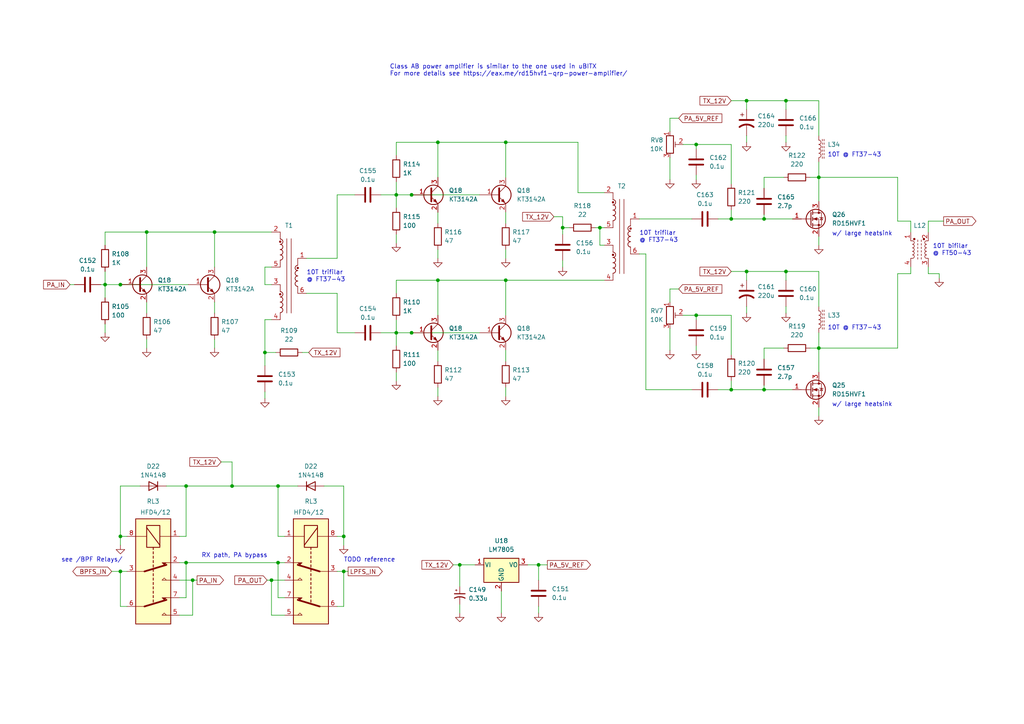
<source format=kicad_sch>
(kicad_sch (version 20230121) (generator eeschema)
  (paper "A4")
  (lib_symbols
    (symbol "Device:C" (pin_numbers hide) (pin_names (offset 0.254))
      (property "Reference" "C" (at 0.635 2.54 0))
      (property "Value" "C" (at 0.635 -2.54 0))
      (symbol "C_0_1"
        (polyline (pts (xy -2.032 -0.762) (xy 2.032 -0.762)) (stroke (width 0.508)))
        (polyline (pts (xy -2.032 0.762) (xy 2.032 0.762)) (stroke (width 0.508)))
      )
      (symbol "C_1_1"
        (pin passive line (at 0 3.81 270) (length 2.794) (name "~") (number "1"))
        (pin passive line (at 0 -3.81 90) (length 2.794) (name "~") (number "2"))
      )
    )
    (symbol "Device:C_Polarized_Small_US" (pin_numbers hide) (pin_names (offset 0.254) hide)
      (property "Reference" "C" (at 0.254 1.778 0))
      (property "Value" "C_Polarized_Small_US" (at 0.254 -2.032 0))
      (symbol "C_Polarized_Small_US_0_1"
        (polyline (pts (xy -1.524 0.508) (xy 1.524 0.508)) (stroke (width 0.3048)))
        (polyline (pts (xy -1.27 1.524) (xy -0.762 1.524)))
        (polyline (pts (xy -1.016 1.27) (xy -1.016 1.778)))
        (arc (start 1.524 -0.762) (mid 0 -0.3734) (end -1.524 -0.762) (stroke (width 0.3048)))
      )
      (symbol "C_Polarized_Small_US_1_1"
        (pin passive line (at 0 2.54 270) (length 2.032) (name "~") (number "1"))
        (pin passive line (at 0 -2.54 90) (length 2.032) (name "~") (number "2"))
      )
    )
    (symbol "Device:C_Polarized_US" (pin_numbers hide) (pin_names (offset 0.254) hide)
      (property "Reference" "C" (at 0.635 2.54 0))
      (property "Value" "C_Polarized_US" (at 0.635 -2.54 0))
      (symbol "C_Polarized_US_0_1"
        (polyline (pts (xy -2.032 0.762) (xy 2.032 0.762)) (stroke (width 0.508)))
        (polyline (pts (xy -1.778 2.286) (xy -0.762 2.286)))
        (polyline (pts (xy -1.27 1.778) (xy -1.27 2.794)))
        (arc (start 2.032 -1.27) (mid 0 -0.5572) (end -2.032 -1.27) (stroke (width 0.508)))
      )
      (symbol "C_Polarized_US_1_1"
        (pin passive line (at 0 3.81 270) (length 2.794) (name "~") (number "1"))
        (pin passive line (at 0 -3.81 90) (length 3.302) (name "~") (number "2"))
      )
    )
    (symbol "Device:L_Ferrite" (pin_numbers hide) (pin_names (offset 1.016) hide)
      (property "Reference" "L" (at -1.27 0 90))
      (property "Value" "L_Ferrite" (at 2.794 0 90))
      (symbol "L_Ferrite_0_1"
        (arc (start 0 -2.54) (mid 0.6323 -1.905) (end 0 -1.27))
        (arc (start 0 -1.27) (mid 0.6323 -0.635) (end 0 0))
        (polyline (pts (xy 1.016 -2.794) (xy 1.016 -2.286)))
        (polyline (pts (xy 1.016 -1.778) (xy 1.016 -1.27)))
        (polyline (pts (xy 1.016 -0.762) (xy 1.016 -0.254)))
        (polyline (pts (xy 1.016 0.254) (xy 1.016 0.762)))
        (polyline (pts (xy 1.016 1.27) (xy 1.016 1.778)))
        (polyline (pts (xy 1.016 2.286) (xy 1.016 2.794)))
        (polyline (pts (xy 1.524 -2.286) (xy 1.524 -2.794)))
        (polyline (pts (xy 1.524 -1.27) (xy 1.524 -1.778)))
        (polyline (pts (xy 1.524 -0.254) (xy 1.524 -0.762)))
        (polyline (pts (xy 1.524 0.762) (xy 1.524 0.254)))
        (polyline (pts (xy 1.524 1.778) (xy 1.524 1.27)))
        (polyline (pts (xy 1.524 2.794) (xy 1.524 2.286)))
        (arc (start 0 0) (mid 0.6323 0.635) (end 0 1.27))
        (arc (start 0 1.27) (mid 0.6323 1.905) (end 0 2.54))
      )
      (symbol "L_Ferrite_1_1"
        (pin passive line (at 0 3.81 270) (length 1.27) (name "1") (number "1"))
        (pin passive line (at 0 -3.81 90) (length 1.27) (name "2") (number "2"))
      )
    )
    (symbol "Device:L_Ferrite_Coupled_1423" (pin_names (offset 0.254) hide)
      (property "Reference" "L" (at 0 4.445 0))
      (property "Value" "L_Ferrite_Coupled_1423" (at 0 -4.445 0))
      (symbol "L_Ferrite_Coupled_1423_0_1"
        (circle (center -3.048 -1.27) (radius 0.254) (fill (type outline)))
        (circle (center -3.048 1.524) (radius 0.254) (fill (type outline)))
        (arc (start -2.54 2.032) (mid -2.032 1.5262) (end -1.524 2.032))
        (arc (start -1.524 -2.032) (mid -2.032 -1.5262) (end -2.54 -2.032))
        (arc (start -1.524 2.032) (mid -1.016 1.5262) (end -0.508 2.032))
        (arc (start -0.508 -2.032) (mid -1.016 -1.5262) (end -1.524 -2.032))
        (arc (start -0.508 2.032) (mid 0 1.5262) (end 0.508 2.032))
        (polyline (pts (xy -2.794 -0.508) (xy -2.286 -0.508)))
        (polyline (pts (xy -2.794 0.508) (xy -2.286 0.508)))
        (polyline (pts (xy -2.54 -2.032) (xy -2.54 -2.54)))
        (polyline (pts (xy -2.54 2.032) (xy -2.54 2.54)))
        (polyline (pts (xy -1.778 -0.508) (xy -1.27 -0.508)))
        (polyline (pts (xy -1.778 0.508) (xy -1.27 0.508)))
        (polyline (pts (xy -0.762 -0.508) (xy -0.254 -0.508)))
        (polyline (pts (xy -0.762 0.508) (xy -0.254 0.508)))
        (polyline (pts (xy 0.254 -0.508) (xy 0.762 -0.508)))
        (polyline (pts (xy 0.254 0.508) (xy 0.762 0.508)))
        (polyline (pts (xy 1.27 -0.508) (xy 1.778 -0.508)))
        (polyline (pts (xy 1.27 0.508) (xy 1.778 0.508)))
        (polyline (pts (xy 2.286 -0.508) (xy 2.794 -0.508)))
        (polyline (pts (xy 2.286 0.508) (xy 2.794 0.508)))
        (polyline (pts (xy 2.54 -2.032) (xy 2.54 -2.54)))
        (polyline (pts (xy 2.54 2.54) (xy 2.54 2.032)))
        (arc (start 0.508 -2.032) (mid 0 -1.5262) (end -0.508 -2.032))
        (arc (start 0.508 2.032) (mid 1.016 1.5262) (end 1.524 2.032))
        (arc (start 1.524 -2.032) (mid 1.016 -1.5262) (end 0.508 -2.032))
        (arc (start 1.524 2.032) (mid 2.032 1.5262) (end 2.54 2.032))
        (arc (start 2.54 -2.032) (mid 2.032 -1.5262) (end 1.524 -2.032))
      )
      (symbol "L_Ferrite_Coupled_1423_1_1"
        (pin passive line (at -5.08 2.54 0) (length 2.54) (name "1") (number "1"))
        (pin passive line (at -5.08 -2.54 0) (length 2.54) (name "2") (number "2"))
        (pin passive line (at 5.08 -2.54 180) (length 2.54) (name "3") (number "3"))
        (pin passive line (at 5.08 2.54 180) (length 2.54) (name "4") (number "4"))
      )
    )
    (symbol "Device:Q_NMOS_GSD" (pin_names (offset 0) hide)
      (property "Reference" "Q" (at 5.08 1.27 0))
      (property "Value" "Q_NMOS_GSD" (at 5.08 -1.27 0))
      (symbol "Q_NMOS_GSD_0_1"
        (polyline (pts (xy 0.254 0) (xy -2.54 0)))
        (polyline (pts (xy 0.254 1.905) (xy 0.254 -1.905)) (stroke (width 0.254)))
        (polyline (pts (xy 0.762 -1.27) (xy 0.762 -2.286)) (stroke (width 0.254)))
        (polyline (pts (xy 0.762 0.508) (xy 0.762 -0.508)) (stroke (width 0.254)))
        (polyline (pts (xy 0.762 2.286) (xy 0.762 1.27)) (stroke (width 0.254)))
        (polyline (pts (xy 2.54 2.54) (xy 2.54 1.778)))
        (polyline (pts (xy 2.54 -2.54) (xy 2.54 0) (xy 0.762 0)))
        (polyline (pts (xy 0.762 -1.778) (xy 3.302 -1.778) (xy 3.302 1.778) (xy 0.762 1.778)))
        (polyline (pts (xy 1.016 0) (xy 2.032 0.381) (xy 2.032 -0.381) (xy 1.016 0)) (fill (type outline)))
        (polyline (pts (xy 2.794 0.508) (xy 2.921 0.381) (xy 3.683 0.381) (xy 3.81 0.254)))
        (polyline (pts (xy 3.302 0.381) (xy 2.921 -0.254) (xy 3.683 -0.254) (xy 3.302 0.381)))
        (circle (center 1.651 0) (radius 2.794) (stroke (width 0.254)))
        (circle (center 2.54 -1.778) (radius 0.254) (fill (type outline)))
        (circle (center 2.54 1.778) (radius 0.254) (fill (type outline)))
      )
      (symbol "Q_NMOS_GSD_1_1"
        (pin input line (at -5.08 0 0) (length 2.54) (name "G") (number "1"))
        (pin passive line (at 2.54 -5.08 90) (length 2.54) (name "S") (number "2"))
        (pin passive line (at 2.54 5.08 270) (length 2.54) (name "D") (number "3"))
      )
    )
    (symbol "Device:Q_NPN_BEC" (pin_names (offset 0) hide)
      (property "Reference" "Q" (at 5.08 1.27 0))
      (property "Value" "Q_NPN_BEC" (at 5.08 -1.27 0))
      (symbol "Q_NPN_BEC_0_1"
        (polyline (pts (xy 0.635 0.635) (xy 2.54 2.54)))
        (polyline (pts (xy 0.635 -0.635) (xy 2.54 -2.54) (xy 2.54 -2.54)))
        (polyline (pts (xy 0.635 1.905) (xy 0.635 -1.905) (xy 0.635 -1.905)) (stroke (width 0.508)))
        (polyline (pts (xy 1.27 -1.778) (xy 1.778 -1.27) (xy 2.286 -2.286) (xy 1.27 -1.778) (xy 1.27 -1.778)) (fill (type outline)))
        (circle (center 1.27 0) (radius 2.8194) (stroke (width 0.254)))
      )
      (symbol "Q_NPN_BEC_1_1"
        (pin input line (at -5.08 0 0) (length 5.715) (name "B") (number "1"))
        (pin passive line (at 2.54 -5.08 90) (length 2.54) (name "E") (number "2"))
        (pin passive line (at 2.54 5.08 270) (length 2.54) (name "C") (number "3"))
      )
    )
    (symbol "Device:R" (pin_numbers hide) (pin_names (offset 0))
      (property "Reference" "R" (at 2.032 0 90))
      (property "Value" "R" (at 0 0 90))
      (symbol "R_0_1"
        (rectangle (start -1.016 -2.54) (end 1.016 2.54) (stroke (width 0.254)))
      )
      (symbol "R_1_1"
        (pin passive line (at 0 3.81 270) (length 1.27) (name "~") (number "1"))
        (pin passive line (at 0 -3.81 90) (length 1.27) (name "~") (number "2"))
      )
    )
    (symbol "Device:R_Potentiometer_Trim" (pin_names (offset 1.016) hide)
      (property "Reference" "RV" (at -4.445 0 90))
      (property "Value" "R_Potentiometer_Trim" (at -2.54 0 90))
      (symbol "R_Potentiometer_Trim_0_1"
        (polyline (pts (xy 1.524 0.762) (xy 1.524 -0.762)))
        (polyline (pts (xy 2.54 0) (xy 1.524 0)))
        (rectangle (start 1.016 2.54) (end -1.016 -2.54) (stroke (width 0.254)))
      )
      (symbol "R_Potentiometer_Trim_1_1"
        (pin passive line (at 0 3.81 270) (length 1.27) (name "1") (number "1"))
        (pin passive line (at 3.81 0 180) (length 1.27) (name "2") (number "2"))
        (pin passive line (at 0 -3.81 90) (length 1.27) (name "3") (number "3"))
      )
    )
    (symbol "Diode:1N4148" (pin_numbers hide) (pin_names hide)
      (property "Reference" "D" (at 0 2.54 0))
      (property "Value" "1N4148" (at 0 -2.54 0))
      (symbol "1N4148_0_1"
        (polyline (pts (xy -1.27 1.27) (xy -1.27 -1.27)) (stroke (width 0.254)))
        (polyline (pts (xy 1.27 0) (xy -1.27 0)))
        (polyline (pts (xy 1.27 1.27) (xy 1.27 -1.27) (xy -1.27 0) (xy 1.27 1.27)) (stroke (width 0.254)))
      )
      (symbol "1N4148_1_1"
        (pin passive line (at -3.81 0 0) (length 2.54) (name "K") (number "1"))
        (pin passive line (at 3.81 0 180) (length 2.54) (name "A") (number "2"))
      )
    )
    (symbol "Regulator_Linear:LM7805_TO220" (pin_names (offset 0.254))
      (property "Reference" "U" (at -3.81 3.175 0))
      (property "Value" "LM7805_TO220" (at 0 3.175 0))
      (symbol "LM7805_TO220_0_1"
        (rectangle (start -5.08 1.905) (end 5.08 -5.08) (stroke (width 0.254)) (fill (type background)))
      )
      (symbol "LM7805_TO220_1_1"
        (pin power_in line (at -7.62 0 0) (length 2.54) (name "VI") (number "1"))
        (pin power_in line (at 0 -7.62 90) (length 2.54) (name "GND") (number "2"))
        (pin power_out line (at 7.62 0 180) (length 2.54) (name "VO") (number "3"))
      )
    )
    (symbol "Relay:G2RL-2-ASI-DC5"
      (property "Reference" "RL" (at 16.51 3.81 0))
      (property "Value" "G2RL-2-ASI-DC5" (at 16.51 1.27 0))
      (symbol "G2RL-2-ASI-DC5_0_1"
        (rectangle (start -15.24 5.08) (end 15.24 -5.08) (stroke (width 0.254)) (fill (type background)))
        (rectangle (start -13.335 1.905) (end -6.985 -1.905) (stroke (width 0.254)))
        (polyline (pts (xy -12.7 -1.905) (xy -7.62 1.905)) (stroke (width 0.254)))
        (polyline (pts (xy -10.16 -5.08) (xy -10.16 -1.905)))
        (polyline (pts (xy -10.16 5.08) (xy -10.16 1.905)))
        (polyline (pts (xy -6.985 0) (xy -6.35 0)) (stroke (width 0.254)))
        (polyline (pts (xy -5.715 0) (xy -5.08 0)) (stroke (width 0.254)))
        (polyline (pts (xy -4.445 0) (xy -3.81 0)) (stroke (width 0.254)))
        (polyline (pts (xy -3.175 0) (xy -2.54 0)) (stroke (width 0.254)))
        (polyline (pts (xy -1.905 0) (xy -1.27 0)) (stroke (width 0.254)))
        (polyline (pts (xy -0.635 0) (xy 0 0)) (stroke (width 0.254)))
        (polyline (pts (xy 0 -2.54) (xy -1.905 3.81)) (stroke (width 0.508)))
        (polyline (pts (xy 0 -2.54) (xy 0 -5.08)))
        (polyline (pts (xy 0.635 0) (xy 1.27 0)) (stroke (width 0.254)))
        (polyline (pts (xy 1.905 0) (xy 2.54 0)) (stroke (width 0.254)))
        (polyline (pts (xy 3.175 0) (xy 3.81 0)) (stroke (width 0.254)))
        (polyline (pts (xy 4.445 0) (xy 5.08 0)) (stroke (width 0.254)))
        (polyline (pts (xy 5.715 0) (xy 6.35 0)) (stroke (width 0.254)))
        (polyline (pts (xy 6.985 0) (xy 7.62 0)) (stroke (width 0.254)))
        (polyline (pts (xy 8.255 0) (xy 8.89 0)) (stroke (width 0.254)))
        (polyline (pts (xy 10.16 -2.54) (xy 8.255 3.81)) (stroke (width 0.508)))
        (polyline (pts (xy 10.16 -2.54) (xy 10.16 -5.08)))
        (polyline (pts (xy -2.54 5.08) (xy -2.54 2.54) (xy -1.905 3.175) (xy -2.54 3.81)) (fill (type outline)))
        (polyline (pts (xy 2.54 5.08) (xy 2.54 2.54) (xy 1.905 3.175) (xy 2.54 3.81)))
        (polyline (pts (xy 7.62 5.08) (xy 7.62 2.54) (xy 8.255 3.175) (xy 7.62 3.81)) (fill (type outline)))
        (polyline (pts (xy 12.7 5.08) (xy 12.7 2.54) (xy 12.065 3.175) (xy 12.7 3.81)))
      )
      (symbol "G2RL-2-ASI-DC5_1_1"
        (pin passive line (at -10.16 7.62 270) (length 2.54) (name "~") (number "1"))
        (pin passive line (at -2.54 7.62 270) (length 2.54) (name "~") (number "2"))
        (pin passive line (at 0 -7.62 90) (length 2.54) (name "~") (number "3"))
        (pin passive line (at 2.54 7.62 270) (length 2.54) (name "~") (number "4"))
        (pin passive line (at 12.7 7.62 270) (length 2.54) (name "~") (number "5"))
        (pin passive line (at 10.16 -7.62 90) (length 2.54) (name "~") (number "6"))
        (pin passive line (at 7.62 7.62 270) (length 2.54) (name "~") (number "7"))
        (pin passive line (at -10.16 -7.62 90) (length 2.54) (name "~") (number "8"))
      )
    )
    (symbol "Transformer:P0926NL" (pin_names hide)
      (property "Reference" "T" (at 0 13.97 0))
      (property "Value" "P0926NL" (at 0 -13.97 0))
      (symbol "P0926NL_0_1"
        (arc (start -2.54 -3.048) (mid -1.7813 -2.286) (end -2.54 -1.524) (stroke (width 0.2032)))
        (arc (start -2.54 -1.524) (mid -1.7813 -0.762) (end -2.54 0) (stroke (width 0.2032)))
        (arc (start -2.54 0) (mid -1.7813 0.762) (end -2.54 1.524) (stroke (width 0.2032)))
        (circle (center -2.54 2.286) (radius 0.254) (fill (type outline)))
        (polyline (pts (xy -2.54 -3.048) (xy -2.54 -5.08)))
        (polyline (pts (xy -2.54 5.08) (xy -2.54 3.048)))
        (polyline (pts (xy -0.635 10.795) (xy -0.635 -10.795)))
        (polyline (pts (xy 0.635 10.795) (xy 0.635 -10.795)))
        (polyline (pts (xy 2.54 -10.668) (xy 2.54 -12.7)))
        (polyline (pts (xy 2.54 -2.54) (xy 2.54 -4.572)))
        (polyline (pts (xy 2.54 4.572) (xy 2.54 2.54)))
        (polyline (pts (xy 2.54 12.7) (xy 2.54 10.668)))
        (arc (start 2.54 -9.144) (mid 1.7813 -9.906) (end 2.54 -10.668) (stroke (width 0.2032)))
        (arc (start 2.54 -7.62) (mid 1.7813 -8.382) (end 2.54 -9.144) (stroke (width 0.2032)))
        (arc (start 2.54 -6.096) (mid 1.7813 -6.858) (end 2.54 -7.62) (stroke (width 0.2032)))
        (circle (center 2.54 -5.334) (radius 0.254) (fill (type outline)))
        (arc (start 2.54 -4.572) (mid 1.7813 -5.334) (end 2.54 -6.096) (stroke (width 0.2032)))
        (arc (start 2.54 6.096) (mid 1.7813 5.334) (end 2.54 4.572) (stroke (width 0.2032)))
        (arc (start 2.54 7.62) (mid 1.7813 6.858) (end 2.54 6.096) (stroke (width 0.2032)))
        (arc (start 2.54 9.144) (mid 1.7813 8.382) (end 2.54 7.62) (stroke (width 0.2032)))
        (circle (center 2.54 9.906) (radius 0.254) (fill (type outline)))
        (arc (start 2.54 10.668) (mid 1.7813 9.906) (end 2.54 9.144) (stroke (width 0.2032)))
      )
      (symbol "P0926NL_1_1"
        (arc (start -2.54 1.524) (mid -1.7813 2.286) (end -2.54 3.048) (stroke (width 0.2032)))
        (pin passive line (at -5.08 5.08 0) (length 2.54) (name "~") (number "1"))
        (pin passive line (at 5.08 12.7 180) (length 2.54) (name "~") (number "2"))
        (pin passive line (at 5.08 -2.54 180) (length 2.54) (name "~") (number "3"))
        (pin passive line (at 5.08 -12.7 180) (length 2.54) (name "~") (number "4"))
        (pin passive line (at 5.08 2.54 180) (length 2.54) (name "~") (number "5"))
        (pin passive line (at -5.08 -5.08 0) (length 2.54) (name "~") (number "6"))
      )
    )
    (symbol "power:GND" (power) (pin_names (offset 0))
      (property "Value" "GND" (at 0 -3.81 0))
      (symbol "GND_0_1"
        (polyline (pts (xy 0 0) (xy 0 -1.27) (xy 1.27 -1.27) (xy 0 -2.54) (xy -1.27 -1.27) (xy 0 -1.27)))
      )
      (symbol "GND_1_1"
        (pin power_in line (at 0 0 270) (length 0) hide (name "GND") (number "1"))
      )
    )
  )
  (junction (at 53.975 163.195))
  (junction (at 133.35 163.83))
  (junction (at 163.195 66.04))
  (junction (at 227.965 29.21))
  (junction (at 62.23 67.31))
  (junction (at 156.21 163.83))
  (junction (at 34.925 155.575))
  (junction (at 119.38 56.515))
  (junction (at 55.88 168.275))
  (junction (at 201.93 41.91))
  (junction (at 30.48 82.55))
  (junction (at 146.685 81.28))
  (junction (at 99.695 165.735))
  (junction (at 80.645 140.97))
  (junction (at 67.31 140.97))
  (junction (at 42.545 67.31))
  (junction (at 237.49 51.435))
  (junction (at 119.38 96.52))
  (junction (at 237.49 100.965))
  (junction (at 127 81.28))
  (junction (at 99.695 155.575))
  (junction (at 114.935 56.515))
  (junction (at 221.615 63.5))
  (junction (at 114.935 96.52))
  (junction (at 216.535 29.21))
  (junction (at 80.645 163.195))
  (junction (at 221.615 113.03))
  (junction (at 34.925 165.735))
  (junction (at 201.93 91.44))
  (junction (at 146.685 41.275))
  (junction (at 76.835 102.235))
  (junction (at 34.925 82.55))
  (junction (at 53.975 140.97))
  (junction (at 173.99 66.04))
  (junction (at 227.965 78.74))
  (junction (at 216.535 78.74))
  (junction (at 212.09 63.5))
  (junction (at 127 41.275))
  (junction (at 78.74 168.275))
  (junction (at 212.09 113.03))
  (wire (pts (xy 114.935 56.515) (xy 114.935 60.325)))
  (wire (pts (xy 99.695 140.97) (xy 93.98 140.97)))
  (wire (pts (xy 52.07 173.355) (xy 53.975 173.355)))
  (wire (pts (xy 175.26 71.12) (xy 173.99 71.12)))
  (wire (pts (xy 196.85 83.82) (xy 194.31 83.82)))
  (wire (pts (xy 97.79 165.735) (xy 99.695 165.735)))
  (wire (pts (xy 82.55 155.575) (xy 80.645 155.575)))
  (wire (pts (xy 146.685 41.275) (xy 146.685 51.435)))
  (wire (pts (xy 163.195 62.865) (xy 163.195 66.04)))
  (wire (pts (xy 163.195 66.04) (xy 165.1 66.04)))
  (wire (pts (xy 114.935 96.52) (xy 119.38 96.52)))
  (wire (pts (xy 80.645 163.195) (xy 82.55 163.195)))
  (wire (pts (xy 212.09 63.5) (xy 221.615 63.5)))
  (wire (pts (xy 127 101.6) (xy 127 104.775)))
  (wire (pts (xy 88.9 74.93) (xy 97.79 74.93)))
  (wire (pts (xy 208.28 113.03) (xy 212.09 113.03)))
  (wire (pts (xy 227.965 78.74) (xy 237.49 78.74)))
  (wire (pts (xy 264.16 77.47) (xy 264.16 79.375)))
  (wire (pts (xy 272.415 80.645) (xy 272.415 79.375)))
  (wire (pts (xy 237.49 100.965) (xy 237.49 107.95)))
  (wire (pts (xy 80.645 155.575) (xy 80.645 140.97)))
  (wire (pts (xy 196.85 34.29) (xy 194.31 34.29)))
  (wire (pts (xy 260.35 64.135) (xy 260.35 51.435)))
  (wire (pts (xy 201.93 91.44) (xy 201.93 92.71)))
  (wire (pts (xy 194.31 95.25) (xy 194.31 101.6)))
  (wire (pts (xy 127 41.275) (xy 146.685 41.275)))
  (wire (pts (xy 53.975 140.97) (xy 67.31 140.97)))
  (wire (pts (xy 221.615 51.435) (xy 227.33 51.435)))
  (wire (pts (xy 82.55 173.355) (xy 80.645 173.355)))
  (wire (pts (xy 76.835 102.235) (xy 76.835 92.71)))
  (wire (pts (xy 30.48 67.31) (xy 42.545 67.31)))
  (wire (pts (xy 194.31 34.29) (xy 194.31 38.1)))
  (wire (pts (xy 67.31 140.97) (xy 80.645 140.97)))
  (wire (pts (xy 64.135 133.985) (xy 67.31 133.985)))
  (wire (pts (xy 185.42 63.5) (xy 200.66 63.5)))
  (wire (pts (xy 221.615 100.965) (xy 227.33 100.965)))
  (wire (pts (xy 99.695 175.895) (xy 97.79 175.895)))
  (wire (pts (xy 76.835 77.47) (xy 76.835 82.55)))
  (wire (pts (xy 133.35 175.26) (xy 133.35 177.8)))
  (wire (pts (xy 260.35 79.375) (xy 260.35 100.965)))
  (wire (pts (xy 114.935 45.085) (xy 114.935 41.275)))
  (wire (pts (xy 160.655 62.865) (xy 163.195 62.865)))
  (wire (pts (xy 110.49 96.52) (xy 114.935 96.52)))
  (wire (pts (xy 221.615 113.03) (xy 221.615 111.76)))
  (wire (pts (xy 173.99 71.12) (xy 173.99 66.04)))
  (wire (pts (xy 99.695 165.735) (xy 99.695 175.895)))
  (wire (pts (xy 76.835 92.71) (xy 78.74 92.71)))
  (wire (pts (xy 272.415 79.375) (xy 269.24 79.375)))
  (wire (pts (xy 127 72.39) (xy 127 74.93)))
  (wire (pts (xy 114.935 81.28) (xy 127 81.28)))
  (wire (pts (xy 114.935 67.945) (xy 114.935 70.485)))
  (wire (pts (xy 42.545 67.31) (xy 62.23 67.31)))
  (wire (pts (xy 212.09 110.49) (xy 212.09 113.03)))
  (wire (pts (xy 221.615 104.14) (xy 221.615 100.965)))
  (wire (pts (xy 227.965 39.37) (xy 227.965 41.275)))
  (wire (pts (xy 145.415 171.45) (xy 145.415 177.8)))
  (wire (pts (xy 227.965 29.21) (xy 237.49 29.21)))
  (wire (pts (xy 34.925 165.735) (xy 34.925 175.895)))
  (wire (pts (xy 201.93 50.8) (xy 201.93 52.07)))
  (wire (pts (xy 97.79 96.52) (xy 102.87 96.52)))
  (wire (pts (xy 201.93 41.91) (xy 201.93 43.18)))
  (wire (pts (xy 114.935 92.71) (xy 114.935 96.52)))
  (wire (pts (xy 99.695 155.575) (xy 99.695 140.97)))
  (wire (pts (xy 163.195 67.945) (xy 163.195 66.04)))
  (wire (pts (xy 216.535 39.37) (xy 216.535 41.275)))
  (wire (pts (xy 237.49 68.58) (xy 237.49 71.12)))
  (wire (pts (xy 229.87 113.03) (xy 221.615 113.03)))
  (wire (pts (xy 216.535 88.9) (xy 216.535 90.805)))
  (wire (pts (xy 146.685 112.395) (xy 146.685 114.935)))
  (wire (pts (xy 194.31 45.72) (xy 194.31 52.07)))
  (wire (pts (xy 62.23 67.31) (xy 62.23 77.47)))
  (wire (pts (xy 227.965 29.21) (xy 227.965 31.75)))
  (wire (pts (xy 78.74 178.435) (xy 78.74 168.275)))
  (wire (pts (xy 78.74 168.275) (xy 82.55 168.275)))
  (wire (pts (xy 264.16 64.135) (xy 260.35 64.135)))
  (wire (pts (xy 20.32 82.55) (xy 21.59 82.55)))
  (wire (pts (xy 146.685 81.28) (xy 175.26 81.28)))
  (wire (pts (xy 34.925 158.115) (xy 34.925 155.575)))
  (wire (pts (xy 269.24 67.31) (xy 269.24 64.135)))
  (wire (pts (xy 198.12 41.91) (xy 201.93 41.91)))
  (wire (pts (xy 264.16 79.375) (xy 260.35 79.375)))
  (wire (pts (xy 80.645 140.97) (xy 86.36 140.97)))
  (wire (pts (xy 234.95 100.965) (xy 237.49 100.965)))
  (wire (pts (xy 87.63 102.235) (xy 89.535 102.235)))
  (wire (pts (xy 212.09 91.44) (xy 212.09 102.87)))
  (wire (pts (xy 78.74 178.435) (xy 82.55 178.435)))
  (wire (pts (xy 201.93 91.44) (xy 212.09 91.44)))
  (wire (pts (xy 34.925 82.55) (xy 54.61 82.55)))
  (wire (pts (xy 99.695 155.575) (xy 97.79 155.575)))
  (wire (pts (xy 30.48 82.55) (xy 34.925 82.55)))
  (wire (pts (xy 119.38 56.515) (xy 139.065 56.515)))
  (wire (pts (xy 80.645 173.355) (xy 80.645 163.195)))
  (wire (pts (xy 52.07 155.575) (xy 53.975 155.575)))
  (wire (pts (xy 29.21 82.55) (xy 30.48 82.55)))
  (wire (pts (xy 114.935 85.09) (xy 114.935 81.28)))
  (wire (pts (xy 185.42 73.66) (xy 187.325 73.66)))
  (wire (pts (xy 163.195 75.565) (xy 163.195 77.47)))
  (wire (pts (xy 36.83 165.735) (xy 34.925 165.735)))
  (wire (pts (xy 114.935 41.275) (xy 127 41.275)))
  (wire (pts (xy 156.21 163.83) (xy 156.21 168.275)))
  (wire (pts (xy 34.925 165.735) (xy 32.385 165.735)))
  (wire (pts (xy 156.21 163.83) (xy 158.75 163.83)))
  (wire (pts (xy 34.925 155.575) (xy 34.925 140.97)))
  (wire (pts (xy 67.31 133.985) (xy 67.31 140.97)))
  (wire (pts (xy 119.38 96.52) (xy 139.065 96.52)))
  (wire (pts (xy 269.24 79.375) (xy 269.24 77.47)))
  (wire (pts (xy 97.79 85.09) (xy 97.79 96.52)))
  (wire (pts (xy 260.35 51.435) (xy 237.49 51.435)))
  (wire (pts (xy 212.09 113.03) (xy 221.615 113.03)))
  (wire (pts (xy 208.28 63.5) (xy 212.09 63.5)))
  (wire (pts (xy 237.49 51.435) (xy 237.49 58.42)))
  (wire (pts (xy 127 81.28) (xy 127 91.44)))
  (wire (pts (xy 78.74 77.47) (xy 76.835 77.47)))
  (wire (pts (xy 97.79 56.515) (xy 102.87 56.515)))
  (wire (pts (xy 237.49 29.21) (xy 237.49 39.37)))
  (wire (pts (xy 146.685 61.595) (xy 146.685 64.77)))
  (wire (pts (xy 146.685 81.28) (xy 146.685 91.44)))
  (wire (pts (xy 264.16 67.31) (xy 264.16 64.135)))
  (wire (pts (xy 114.935 96.52) (xy 114.935 100.33)))
  (wire (pts (xy 146.685 72.39) (xy 146.685 74.93)))
  (wire (pts (xy 237.49 96.52) (xy 237.49 100.965)))
  (wire (pts (xy 237.49 78.74) (xy 237.49 88.9)))
  (wire (pts (xy 227.965 78.74) (xy 227.965 81.28)))
  (wire (pts (xy 76.835 113.665) (xy 76.835 115.57)))
  (wire (pts (xy 146.685 41.275) (xy 167.64 41.275)))
  (wire (pts (xy 30.48 78.74) (xy 30.48 82.55)))
  (wire (pts (xy 53.975 163.195) (xy 80.645 163.195)))
  (wire (pts (xy 229.87 63.5) (xy 221.615 63.5)))
  (wire (pts (xy 237.49 118.11) (xy 237.49 120.65)))
  (wire (pts (xy 212.09 78.74) (xy 216.535 78.74)))
  (wire (pts (xy 201.93 100.33) (xy 201.93 101.6)))
  (wire (pts (xy 76.835 106.045) (xy 76.835 102.235)))
  (wire (pts (xy 114.935 52.705) (xy 114.935 56.515)))
  (wire (pts (xy 221.615 63.5) (xy 221.615 62.23)))
  (wire (pts (xy 30.48 93.98) (xy 30.48 96.52)))
  (wire (pts (xy 99.695 158.115) (xy 99.695 155.575)))
  (wire (pts (xy 221.615 54.61) (xy 221.615 51.435)))
  (wire (pts (xy 53.975 163.195) (xy 52.07 163.195)))
  (wire (pts (xy 216.535 78.74) (xy 227.965 78.74)))
  (wire (pts (xy 187.325 73.66) (xy 187.325 113.03)))
  (wire (pts (xy 34.925 175.895) (xy 36.83 175.895)))
  (wire (pts (xy 110.49 56.515) (xy 114.935 56.515)))
  (wire (pts (xy 77.47 168.275) (xy 78.74 168.275)))
  (wire (pts (xy 55.88 168.275) (xy 52.07 168.275)))
  (wire (pts (xy 114.935 107.95) (xy 114.935 110.49)))
  (wire (pts (xy 133.35 163.83) (xy 133.35 170.18)))
  (wire (pts (xy 62.23 87.63) (xy 62.23 90.805)))
  (wire (pts (xy 62.23 67.31) (xy 78.74 67.31)))
  (wire (pts (xy 42.545 67.31) (xy 42.545 77.47)))
  (wire (pts (xy 234.95 51.435) (xy 237.49 51.435)))
  (wire (pts (xy 53.975 173.355) (xy 53.975 163.195)))
  (wire (pts (xy 133.35 163.83) (xy 137.795 163.83)))
  (wire (pts (xy 227.965 88.9) (xy 227.965 90.805)))
  (wire (pts (xy 237.49 46.99) (xy 237.49 51.435)))
  (wire (pts (xy 194.31 83.82) (xy 194.31 87.63)))
  (wire (pts (xy 167.64 55.88) (xy 175.26 55.88)))
  (wire (pts (xy 237.49 100.965) (xy 260.35 100.965)))
  (wire (pts (xy 30.48 82.55) (xy 30.48 86.36)))
  (wire (pts (xy 269.24 64.135) (xy 273.685 64.135)))
  (wire (pts (xy 212.09 29.21) (xy 216.535 29.21)))
  (wire (pts (xy 55.88 178.435) (xy 55.88 168.275)))
  (wire (pts (xy 167.64 41.275) (xy 167.64 55.88)))
  (wire (pts (xy 97.79 74.93) (xy 97.79 56.515)))
  (wire (pts (xy 216.535 29.21) (xy 216.535 31.75)))
  (wire (pts (xy 127 41.275) (xy 127 51.435)))
  (wire (pts (xy 76.835 82.55) (xy 78.74 82.55)))
  (wire (pts (xy 216.535 29.21) (xy 227.965 29.21)))
  (wire (pts (xy 173.99 66.04) (xy 175.26 66.04)))
  (wire (pts (xy 198.12 91.44) (xy 201.93 91.44)))
  (wire (pts (xy 114.935 56.515) (xy 119.38 56.515)))
  (wire (pts (xy 201.93 41.91) (xy 212.09 41.91)))
  (wire (pts (xy 42.545 98.425) (xy 42.545 100.965)))
  (wire (pts (xy 42.545 87.63) (xy 42.545 90.805)))
  (wire (pts (xy 153.035 163.83) (xy 156.21 163.83)))
  (wire (pts (xy 216.535 78.74) (xy 216.535 81.28)))
  (wire (pts (xy 99.695 165.735) (xy 100.965 165.735)))
  (wire (pts (xy 131.445 163.83) (xy 133.35 163.83)))
  (wire (pts (xy 146.685 101.6) (xy 146.685 104.775)))
  (wire (pts (xy 53.975 155.575) (xy 53.975 140.97)))
  (wire (pts (xy 76.835 102.235) (xy 80.01 102.235)))
  (wire (pts (xy 172.72 66.04) (xy 173.99 66.04)))
  (wire (pts (xy 55.88 178.435) (xy 52.07 178.435)))
  (wire (pts (xy 127 81.28) (xy 146.685 81.28)))
  (wire (pts (xy 212.09 41.91) (xy 212.09 53.34)))
  (wire (pts (xy 62.23 98.425) (xy 62.23 100.965)))
  (wire (pts (xy 34.925 155.575) (xy 36.83 155.575)))
  (wire (pts (xy 187.325 113.03) (xy 200.66 113.03)))
  (wire (pts (xy 34.925 140.97) (xy 40.64 140.97)))
  (wire (pts (xy 127 61.595) (xy 127 64.77)))
  (wire (pts (xy 156.21 175.895) (xy 156.21 177.8)))
  (wire (pts (xy 88.9 85.09) (xy 97.79 85.09)))
  (wire (pts (xy 127 112.395) (xy 127 114.935)))
  (wire (pts (xy 53.975 140.97) (xy 48.26 140.97)))
  (wire (pts (xy 212.09 60.96) (xy 212.09 63.5)))
  (wire (pts (xy 30.48 71.12) (xy 30.48 67.31)))
  (wire (pts (xy 55.88 168.275) (xy 57.15 168.275)))
  (text "w/ large heatsink" (at 241.3 68.58 0) (effects (font (size 1.27 1.27)) (justify left bottom)))
  (text "RX path, PA bypass" (at 58.42 161.925 0) (effects (font (size 1.27 1.27)) (justify left bottom)))
  (text "10T trifilar\n@ FT37-43" (at 185.42 70.485 0) (effects (font (size 1.27 1.27)) (justify left bottom)))
  (text "10T trifilar\n@ FT37-43" (at 88.9 81.915 0) (effects (font (size 1.27 1.27)) (justify left bottom)))
  (text "see /BPF Relays/" (at 17.78 163.195 0) (effects (font (size 1.27 1.27)) (justify left bottom)))
  (text "w/ large heatsink" (at 241.3 118.11 0) (effects (font (size 1.27 1.27)) (justify left bottom)))
  (text "10T @ FT37-43" (at 240.03 45.72 0) (effects (font (size 1.27 1.27)) (justify left bottom)))
  (text "Class AB power amplifier is similar to the one used in uBITX\nFor more details see https://eax.me/rd15hvf1-qrp-power-amplifier/" (at 113.03 22.225 0) (effects (font (size 1.27 1.27)) (justify left bottom)))
  (text "TODO reference" (at 99.695 163.195 0) (effects (font (size 1.27 1.27)) (justify left bottom)))
  (text "10T @ FT37-43" (at 240.03 95.885 0) (effects (font (size 1.27 1.27)) (justify left bottom)))
  (text "10T bifilar\n@ FT50-43" (at 270.51 74.295 0) (effects (font (size 1.27 1.27)) (justify left bottom)))
  (global_label "PA_5V_REF" (shape input) (at 196.85 83.82 0) (property "Intersheetrefs" "${INTERSHEET_REFS}" (effects hide)))
  (global_label "PA_IN" (shape input) (at 20.32 82.55 180) (property "Intersheetrefs" "${INTERSHEET_REFS}" (effects hide)))
  (global_label "TX_12V" (shape input) (at 160.655 62.865 180) (property "Intersheetrefs" "${INTERSHEET_REFS}" (effects hide)))
  (global_label "TX_12V" (shape input) (at 131.445 163.83 180) (property "Intersheetrefs" "${INTERSHEET_REFS}" (effects hide)))
  (global_label "BPFS_IN" (shape bidirectional) (at 32.385 165.735 180) (property "Intersheetrefs" "${INTERSHEET_REFS}" (effects hide)))
  (global_label "PA_5V_REF" (shape output) (at 158.75 163.83 0) (property "Intersheetrefs" "${INTERSHEET_REFS}" (effects hide)))
  (global_label "PA_OUT" (shape output) (at 273.685 64.135 0) (property "Intersheetrefs" "${INTERSHEET_REFS}" (effects hide)))
  (global_label "PA_IN" (shape output) (at 57.15 168.275 0) (property "Intersheetrefs" "${INTERSHEET_REFS}" (effects hide)))
  (global_label "PA_5V_REF" (shape input) (at 196.85 34.29 0) (property "Intersheetrefs" "${INTERSHEET_REFS}" (effects hide)))
  (global_label "PA_OUT" (shape input) (at 77.47 168.275 180) (property "Intersheetrefs" "${INTERSHEET_REFS}" (effects hide)))
  (global_label "TX_12V" (shape input) (at 212.09 29.21 180) (property "Intersheetrefs" "${INTERSHEET_REFS}" (effects hide)))
  (global_label "TX_12V" (shape input) (at 89.535 102.235 0) (property "Intersheetrefs" "${INTERSHEET_REFS}" (effects hide)))
  (global_label "TX_12V" (shape input) (at 64.135 133.985 180) (property "Intersheetrefs" "${INTERSHEET_REFS}" (effects hide)))
  (global_label "LPFS_IN" (shape output) (at 100.965 165.735 0) (property "Intersheetrefs" "${INTERSHEET_REFS}" (effects hide)))
  (global_label "TX_12V" (shape input) (at 212.09 78.74 180) (property "Intersheetrefs" "${INTERSHEET_REFS}" (effects hide)))
  (symbol (lib_id "Device:R") (at 146.685 68.58 0) (unit 1)
    (property "Reference" "R117" (at 148.59 67.31 0) (effects (justify left)))
    (property "Value" "47" (at 148.59 69.85 0) (effects (justify left)))
  )
  (symbol (lib_id "Device:R") (at 114.935 88.9 0) (unit 1)
    (property "Reference" "R110" (at 116.84 87.63 0) (effects (justify left)))
    (property "Value" "1K" (at 116.84 90.17 0) (effects (justify left)))
  )
  (symbol (lib_id "power:GND") (at 194.31 52.07 0) (unit 1)
    (property "Reference" "#PWR0168" (effects hide))
    (property "Value" "GND" (effects hide))
  )
  (symbol (lib_id "Device:C") (at 221.615 107.95 0) (unit 1)
    (property "Reference" "C157" (at 225.425 106.68 0) (effects (justify left)))
    (property "Value" "2.7p" (at 225.425 109.22 0) (effects (justify left)))
  )
  (symbol (lib_id "Device:C") (at 201.93 46.99 0) (unit 1)
    (property "Reference" "C162" (at 205.74 45.72 0) (effects (justify left)))
    (property "Value" "0.1u" (at 205.74 48.26 0) (effects (justify left)))
  )
  (symbol (lib_id "power:GND") (at 30.48 96.52 0) (unit 1)
    (property "Reference" "#PWR0141" (effects hide))
    (property "Value" "GND" (effects hide))
  )
  (symbol (lib_id "power:GND") (at 194.31 101.6 0) (unit 1)
    (property "Reference" "#PWR0165" (effects hide))
    (property "Value" "GND" (effects hide))
  )
  (symbol (lib_id "Relay:G2RL-2-ASI-DC5") (at 90.17 165.735 90) (mirror x) (unit 1)
    (property "Reference" "RL3" (at 92.075 145.415 90) (effects (justify left)))
    (property "Value" "HFD4/12" (at 93.98 148.59 90) (effects (justify left)))
    (property "Footprint" "Relay_THT:Relay_DPDT_Omron_G2RL" (effects hide))
    (property "Datasheet" "https://omronfs.omron.com/en_US/ecb/products/pdf/en-g2rl.pdf" (effects hide))
    (instances (project "hbr-mk2" (path "" (reference "RL3") (unit 1)) (path "" (reference "RL26") (unit 1)) (path "" (reference "RL27") (unit 1)) (path "" (reference "RL27") (unit 1))))
  )
  (symbol (lib_id "Device:R") (at 30.48 90.17 0) (unit 1)
    (property "Reference" "R105" (at 32.385 88.9 0) (effects (justify left)))
    (property "Value" "100" (at 32.385 91.44 0) (effects (justify left)))
  )
  (symbol (lib_id "Diode:1N4148") (at 90.17 140.97 0) (mirror x) (unit 1)
    (property "Reference" "D22" (at 90.17 135.255 0))
    (property "Value" "1N4148" (at 90.17 137.795 0))
    (property "Footprint" "Diode_THT:D_DO-35_SOD27_P7.62mm_Horizontal" (effects hide))
    (property "Datasheet" "https://assets.nexperia.com/documents/data-sheet/1N4148_1N4448.pdf" (effects hide))
    (property "Sim.Device" "D" (effects hide))
    (property "Sim.Pins" "1=K 2=A" (effects hide))
    (instances (project "hbr-mk2" (path "" (reference "D22") (unit 1)) (path "" (reference "D23") (unit 1)) (path "" (reference "D23") (unit 1))))
  )
  (symbol (lib_id "Device:R") (at 146.685 108.585 0) (unit 1)
    (property "Reference" "R113" (at 148.59 107.315 0) (effects (justify left)))
    (property "Value" "47" (at 148.59 109.855 0) (effects (justify left)))
  )
  (symbol (lib_id "Relay:G2RL-2-ASI-DC5") (at 44.45 165.735 270) (unit 1)
    (property "Reference" "RL3" (at 42.545 145.415 90) (effects (justify left)))
    (property "Value" "HFD4/12" (at 40.64 148.59 90) (effects (justify left)))
    (property "Footprint" "Relay_THT:Relay_DPDT_Omron_G2RL" (effects hide))
    (property "Datasheet" "https://omronfs.omron.com/en_US/ecb/products/pdf/en-g2rl.pdf" (effects hide))
    (instances (project "hbr-mk2" (path "" (reference "RL3") (unit 1)) (path "" (reference "RL26") (unit 1)) (path "" (reference "RL27") (unit 1)) (path "" (reference "RL28") (unit 1))))
  )
  (symbol (lib_id "Device:R") (at 114.935 48.895 0) (unit 1)
    (property "Reference" "R114" (at 116.84 47.625 0) (effects (justify left)))
    (property "Value" "1K" (at 116.84 50.165 0) (effects (justify left)))
  )
  (symbol (lib_id "Device:C") (at 163.195 71.755 0) (unit 1)
    (property "Reference" "C156" (at 167.005 70.485 0) (effects (justify left)))
    (property "Value" "0.1u" (at 167.005 73.025 0) (effects (justify left)))
  )
  (symbol (lib_id "power:GND") (at 76.835 115.57 0) (unit 1)
    (property "Reference" "#PWR0151" (effects hide))
    (property "Value" "GND" (effects hide))
  )
  (symbol (lib_id "Device:C") (at 106.68 56.515 90) (unit 1)
    (property "Reference" "C155" (at 106.68 49.53 90))
    (property "Value" "0.1u" (at 106.68 52.07 90))
  )
  (symbol (lib_id "power:GND") (at 62.23 100.965 0) (unit 1)
    (property "Reference" "#PWR0148" (effects hide))
    (property "Value" "GND" (effects hide))
  )
  (symbol (lib_id "Device:C") (at 227.965 85.09 0) (unit 1)
    (property "Reference" "C160" (at 231.775 83.82 0) (effects (justify left)))
    (property "Value" "0.1u" (at 231.775 86.36 0) (effects (justify left)))
  )
  (symbol (lib_id "Device:C") (at 156.21 172.085 0) (unit 1)
    (property "Reference" "C151" (at 160.02 170.815 0) (effects (justify left)))
    (property "Value" "0.1u" (at 160.02 173.355 0) (effects (justify left)))
  )
  (symbol (lib_id "Device:R") (at 62.23 94.615 0) (unit 1)
    (property "Reference" "R107" (at 64.135 93.345 0) (effects (justify left)))
    (property "Value" "47" (at 64.135 95.885 0) (effects (justify left)))
  )
  (symbol (lib_id "Transformer:P0926NL") (at 83.82 80.01 0) (mirror y) (unit 1)
    (property "Reference" "T1" (at 83.82 65.405 0))
    (property "Value" "FT37-43" (effects hide))
    (property "Footprint" "Transformer_SMD:Pulse_P0926NL" (effects hide))
    (property "Datasheet" "https://productfinder.pulseeng.com/products/datasheets/SPM2007_61.pdf" (effects hide))
  )
  (symbol (lib_id "Device:R") (at 114.935 104.14 0) (unit 1)
    (property "Reference" "R111" (at 116.84 102.87 0) (effects (justify left)))
    (property "Value" "100" (at 116.84 105.41 0) (effects (justify left)))
  )
  (symbol (lib_id "Transformer:P0926NL") (at 180.34 68.58 0) (mirror y) (unit 1)
    (property "Reference" "T2" (at 180.34 53.975 0))
    (property "Value" "FT37-43" (effects hide))
    (property "Footprint" "Transformer_SMD:Pulse_P0926NL" (effects hide))
    (property "Datasheet" "https://productfinder.pulseeng.com/products/datasheets/SPM2007_61.pdf" (effects hide))
  )
  (symbol (lib_id "Device:Q_NPN_BEC") (at 124.46 56.515 0) (unit 1)
    (property "Reference" "Q18" (at 130.175 55.245 0) (effects (justify left)))
    (property "Value" "KT3142A" (at 130.175 57.785 0) (effects (justify left)))
    (instances (project "hbr-mk2" (path "" (reference "Q18") (unit 1)) (path "" (reference "Q23") (unit 1))))
  )
  (symbol (lib_id "power:GND") (at 216.535 90.805 0) (unit 1)
    (property "Reference" "#PWR0166" (effects hide))
    (property "Value" "GND" (effects hide))
  )
  (symbol (lib_id "Device:C") (at 106.68 96.52 90) (unit 1)
    (property "Reference" "C154" (at 106.68 89.535 90))
    (property "Value" "0.1u" (at 106.68 92.075 90))
  )
  (symbol (lib_id "power:GND") (at 237.49 71.12 0) (unit 1)
    (property "Reference" "#PWR0172" (effects hide))
    (property "Value" "GND" (effects hide))
  )
  (symbol (lib_id "power:GND") (at 127 74.93 0) (unit 1)
    (property "Reference" "#PWR0156" (effects hide))
    (property "Value" "GND" (effects hide))
  )
  (symbol (lib_id "power:GND") (at 99.695 158.115 0) (mirror y) (unit 1)
    (property "Reference" "#PWR0125" (effects hide))
    (property "Value" "GND" (effects hide))
    (instances (project "hbr-mk2" (path "" (reference "#PWR0125") (unit 1)) (path "" (reference "#PWR0127") (unit 1)) (path "" (reference "#PWR0124") (unit 1))))
  )
  (symbol (lib_id "power:GND") (at 42.545 100.965 0) (unit 1)
    (property "Reference" "#PWR0146" (effects hide))
    (property "Value" "GND" (effects hide))
  )
  (symbol (lib_id "power:GND") (at 114.935 70.485 0) (unit 1)
    (property "Reference" "#PWR0155" (effects hide))
    (property "Value" "GND" (effects hide))
  )
  (symbol (lib_id "Device:R") (at 30.48 74.93 0) (unit 1)
    (property "Reference" "R108" (at 32.385 73.66 0) (effects (justify left)))
    (property "Value" "1K" (at 32.385 76.2 0) (effects (justify left)))
  )
  (symbol (lib_id "Device:Q_NMOS_GSD") (at 234.95 113.03 0) (unit 1)
    (property "Reference" "Q25" (at 241.3 111.76 0) (effects (justify left)))
    (property "Value" "RD15HVF1" (at 241.3 114.3 0) (effects (justify left)))
  )
  (symbol (lib_id "Device:R") (at 127 108.585 0) (unit 1)
    (property "Reference" "R112" (at 128.905 107.315 0) (effects (justify left)))
    (property "Value" "47" (at 128.905 109.855 0) (effects (justify left)))
  )
  (symbol (lib_id "Device:C_Polarized_US") (at 216.535 35.56 0) (unit 1)
    (property "Reference" "C164" (at 219.71 33.655 0) (effects (justify left)))
    (property "Value" "220u" (at 219.71 36.195 0) (effects (justify left)))
  )
  (symbol (lib_id "Device:R") (at 127 68.58 0) (unit 1)
    (property "Reference" "R116" (at 128.905 67.31 0) (effects (justify left)))
    (property "Value" "47" (at 128.905 69.85 0) (effects (justify left)))
  )
  (symbol (lib_id "Regulator_Linear:LM7805_TO220") (at 145.415 163.83 0) (unit 1)
    (property "Reference" "U18" (at 145.415 156.845 0))
    (property "Value" "LM7805" (at 145.415 159.385 0))
    (property "Footprint" "Package_TO_SOT_THT:TO-220-3_Vertical" (effects hide))
    (property "Datasheet" "https://www.onsemi.cn/PowerSolutions/document/MC7800-D.PDF" (effects hide))
  )
  (symbol (lib_id "power:GND") (at 201.93 52.07 0) (unit 1)
    (property "Reference" "#PWR0169" (effects hide))
    (property "Value" "GND" (effects hide))
  )
  (symbol (lib_id "Device:C") (at 204.47 113.03 90) (unit 1)
    (property "Reference" "C158" (at 204.47 106.045 90))
    (property "Value" "0.1u" (at 204.47 108.585 90))
  )
  (symbol (lib_id "power:GND") (at 145.415 177.8 0) (unit 1)
    (property "Reference" "#PWR0145" (effects hide))
    (property "Value" "GND" (effects hide))
  )
  (symbol (lib_id "Device:R") (at 212.09 106.68 180) (unit 1)
    (property "Reference" "R120" (at 213.995 105.41 0) (effects (justify right)))
    (property "Value" "220" (at 213.995 107.95 0) (effects (justify right)))
  )
  (symbol (lib_id "Device:Q_NPN_BEC") (at 59.69 82.55 0) (unit 1)
    (property "Reference" "Q18" (at 65.405 81.28 0) (effects (justify left)))
    (property "Value" "KT3142A" (at 65.405 83.82 0) (effects (justify left)))
    (instances (project "hbr-mk2" (path "" (reference "Q18") (unit 1)) (path "" (reference "Q20") (unit 1))))
  )
  (symbol (lib_id "Device:R") (at 212.09 57.15 180) (unit 1)
    (property "Reference" "R121" (at 213.995 55.88 0) (effects (justify right)))
    (property "Value" "220" (at 213.995 58.42 0) (effects (justify right)))
  )
  (symbol (lib_id "Device:R") (at 114.935 64.135 0) (unit 1)
    (property "Reference" "R115" (at 116.84 62.865 0) (effects (justify left)))
    (property "Value" "100" (at 116.84 65.405 0) (effects (justify left)))
  )
  (symbol (lib_id "Device:Q_NPN_BEC") (at 144.145 96.52 0) (unit 1)
    (property "Reference" "Q18" (at 149.86 95.25 0) (effects (justify left)))
    (property "Value" "KT3142A" (at 149.86 97.79 0) (effects (justify left)))
    (instances (project "hbr-mk2" (path "" (reference "Q18") (unit 1)) (path "" (reference "Q22") (unit 1))))
  )
  (symbol (lib_id "Device:C_Polarized_Small_US") (at 133.35 172.72 0) (unit 1)
    (property "Reference" "C149" (at 135.89 171.0182 0) (effects (justify left)))
    (property "Value" "0.33u" (at 135.89 173.5582 0) (effects (justify left)))
  )
  (symbol (lib_id "Device:C") (at 221.615 58.42 0) (unit 1)
    (property "Reference" "C165" (at 225.425 57.15 0) (effects (justify left)))
    (property "Value" "2.7p" (at 225.425 59.69 0) (effects (justify left)))
  )
  (symbol (lib_id "power:GND") (at 156.21 177.8 0) (unit 1)
    (property "Reference" "#PWR0147" (effects hide))
    (property "Value" "GND" (effects hide))
  )
  (symbol (lib_id "power:GND") (at 114.935 110.49 0) (unit 1)
    (property "Reference" "#PWR0152" (effects hide))
    (property "Value" "GND" (effects hide))
  )
  (symbol (lib_id "power:GND") (at 146.685 74.93 0) (unit 1)
    (property "Reference" "#PWR0161" (effects hide))
    (property "Value" "GND" (effects hide))
  )
  (symbol (lib_id "Device:C") (at 201.93 96.52 0) (unit 1)
    (property "Reference" "C159" (at 205.74 95.25 0) (effects (justify left)))
    (property "Value" "0.1u" (at 205.74 97.79 0) (effects (justify left)))
  )
  (symbol (lib_id "Device:R") (at 42.545 94.615 0) (unit 1)
    (property "Reference" "R106" (at 44.45 93.345 0) (effects (justify left)))
    (property "Value" "47" (at 44.45 95.885 0) (effects (justify left)))
  )
  (symbol (lib_id "Device:C_Polarized_US") (at 216.535 85.09 0) (unit 1)
    (property "Reference" "C161" (at 219.71 83.185 0) (effects (justify left)))
    (property "Value" "220u" (at 219.71 85.725 0) (effects (justify left)))
  )
  (symbol (lib_id "power:GND") (at 163.195 77.47 0) (unit 1)
    (property "Reference" "#PWR0162" (effects hide))
    (property "Value" "GND" (effects hide))
  )
  (symbol (lib_id "Device:Q_NPN_BEC") (at 40.005 82.55 0) (unit 1)
    (property "Reference" "Q18" (at 45.72 81.28 0) (effects (justify left)))
    (property "Value" "KT3142A" (at 45.72 83.82 0) (effects (justify left)))
  )
  (symbol (lib_id "Device:Q_NMOS_GSD") (at 234.95 63.5 0) (unit 1)
    (property "Reference" "Q26" (at 241.3 62.23 0) (effects (justify left)))
    (property "Value" "RD15HVF1" (at 241.3 64.77 0) (effects (justify left)))
  )
  (symbol (lib_id "power:GND") (at 34.925 158.115 0) (unit 1)
    (property "Reference" "#PWR0125" (effects hide))
    (property "Value" "GND" (effects hide))
    (instances (project "hbr-mk2" (path "" (reference "#PWR0125") (unit 1)) (path "" (reference "#PWR0127") (unit 1)) (path "" (reference "#PWR0127") (unit 1))))
  )
  (symbol (lib_id "Diode:1N4148") (at 44.45 140.97 180) (unit 1)
    (property "Reference" "D22" (at 44.45 135.255 0))
    (property "Value" "1N4148" (at 44.45 137.795 0))
    (property "Footprint" "Diode_THT:D_DO-35_SOD27_P7.62mm_Horizontal" (effects hide))
    (property "Datasheet" "https://assets.nexperia.com/documents/data-sheet/1N4148_1N4448.pdf" (effects hide))
    (property "Sim.Device" "D" (effects hide))
    (property "Sim.Pins" "1=K 2=A" (effects hide))
    (instances (project "hbr-mk2" (path "" (reference "D22") (unit 1)) (path "" (reference "D23") (unit 1)) (path "" (reference "D24") (unit 1))))
  )
  (symbol (lib_id "power:GND") (at 237.49 120.65 0) (unit 1)
    (property "Reference" "#PWR0163" (effects hide))
    (property "Value" "GND" (effects hide))
  )
  (symbol (lib_id "power:GND") (at 127 114.935 0) (unit 1)
    (property "Reference" "#PWR0153" (effects hide))
    (property "Value" "GND" (effects hide))
  )
  (symbol (lib_id "power:GND") (at 133.35 177.8 0) (unit 1)
    (property "Reference" "#PWR0143" (effects hide))
    (property "Value" "GND" (effects hide))
  )
  (symbol (lib_id "Device:L_Ferrite_Coupled_1423") (at 266.7 72.39 90) (mirror x) (unit 1)
    (property "Reference" "L12" (at 268.605 65.405 90) (effects (justify left)))
    (property "Value" "FT50-43" (effects hide))
    (instances (project "hbr-mk2" (path "" (reference "L12") (unit 1)) (path "" (reference "L14") (unit 1)) (path "" (reference "L32") (unit 1)) (path "" (reference "L35") (unit 1)) (path "" (reference "L35") (unit 1))))
  )
  (symbol (lib_id "Device:R") (at 231.14 51.435 90) (unit 1)
    (property "Reference" "R122" (at 231.14 45.085 90))
    (property "Value" "220" (at 231.14 47.625 90))
  )
  (symbol (lib_id "Device:C") (at 227.965 35.56 0) (unit 1)
    (property "Reference" "C166" (at 231.775 34.29 0) (effects (justify left)))
    (property "Value" "0.1u" (at 231.775 36.83 0) (effects (justify left)))
  )
  (symbol (lib_id "Device:C") (at 25.4 82.55 90) (unit 1)
    (property "Reference" "C152" (at 25.4 75.565 90))
    (property "Value" "0.1u" (at 25.4 78.105 90))
  )
  (symbol (lib_id "power:GND") (at 216.535 41.275 0) (unit 1)
    (property "Reference" "#PWR0170" (effects hide))
    (property "Value" "GND" (effects hide))
  )
  (symbol (lib_id "Device:R") (at 83.82 102.235 90) (unit 1)
    (property "Reference" "R109" (at 83.82 95.885 90))
    (property "Value" "22" (at 83.82 98.425 90))
  )
  (symbol (lib_id "Device:L_Ferrite") (at 237.49 43.18 0) (unit 1)
    (property "Reference" "L34" (at 240.03 41.91 0) (effects (justify left)))
    (property "Value" "FT37-43" (effects hide))
  )
  (symbol (lib_id "power:GND") (at 272.415 80.645 0) (unit 1)
    (property "Reference" "#PWR0181" (effects hide))
    (property "Value" "GND" (effects hide))
  )
  (symbol (lib_id "Device:R_Potentiometer_Trim") (at 194.31 91.44 0) (unit 1)
    (property "Reference" "RV7" (at 192.405 90.17 0) (effects (justify right)))
    (property "Value" "10K" (at 192.405 92.71 0) (effects (justify right)))
  )
  (symbol (lib_id "power:GND") (at 227.965 90.805 0) (unit 1)
    (property "Reference" "#PWR0167" (effects hide))
    (property "Value" "GND" (effects hide))
  )
  (symbol (lib_id "Device:C") (at 204.47 63.5 90) (unit 1)
    (property "Reference" "C163" (at 204.47 56.515 90))
    (property "Value" "0.1u" (at 204.47 59.055 90))
  )
  (symbol (lib_id "Device:L_Ferrite") (at 237.49 92.71 0) (unit 1)
    (property "Reference" "L33" (at 240.03 91.44 0) (effects (justify left)))
    (property "Value" "FT37-43" (effects hide))
  )
  (symbol (lib_id "Device:Q_NPN_BEC") (at 124.46 96.52 0) (unit 1)
    (property "Reference" "Q18" (at 130.175 95.25 0) (effects (justify left)))
    (property "Value" "KT3142A" (at 130.175 97.79 0) (effects (justify left)))
    (instances (project "hbr-mk2" (path "" (reference "Q18") (unit 1)) (path "" (reference "Q21") (unit 1))))
  )
  (symbol (lib_id "Device:Q_NPN_BEC") (at 144.145 56.515 0) (unit 1)
    (property "Reference" "Q18" (at 149.86 55.245 0) (effects (justify left)))
    (property "Value" "KT3142A" (at 149.86 57.785 0) (effects (justify left)))
    (instances (project "hbr-mk2" (path "" (reference "Q18") (unit 1)) (path "" (reference "Q24") (unit 1))))
  )
  (symbol (lib_id "Device:R") (at 168.91 66.04 90) (unit 1)
    (property "Reference" "R118" (at 168.91 59.69 90))
    (property "Value" "22" (at 168.91 62.23 90))
  )
  (symbol (lib_id "power:GND") (at 201.93 101.6 0) (unit 1)
    (property "Reference" "#PWR0164" (effects hide))
    (property "Value" "GND" (effects hide))
  )
  (symbol (lib_id "Device:R") (at 231.14 100.965 90) (unit 1)
    (property "Reference" "R119" (at 231.14 94.615 90))
    (property "Value" "220" (at 231.14 97.155 90))
  )
  (symbol (lib_id "power:GND") (at 227.965 41.275 0) (unit 1)
    (property "Reference" "#PWR0171" (effects hide))
    (property "Value" "GND" (effects hide))
  )
  (symbol (lib_id "Device:R_Potentiometer_Trim") (at 194.31 41.91 0) (unit 1)
    (property "Reference" "RV8" (at 192.405 40.64 0) (effects (justify right)))
    (property "Value" "10K" (at 192.405 43.18 0) (effects (justify right)))
  )
  (symbol (lib_id "power:GND") (at 146.685 114.935 0) (unit 1)
    (property "Reference" "#PWR0154" (effects hide))
    (property "Value" "GND" (effects hide))
  )
  (symbol (lib_id "Device:C") (at 76.835 109.855 0) (unit 1)
    (property "Reference" "C153" (at 80.645 108.585 0) (effects (justify left)))
    (property "Value" "0.1u" (at 80.645 111.125 0) (effects (justify left)))
  )
)
</source>
